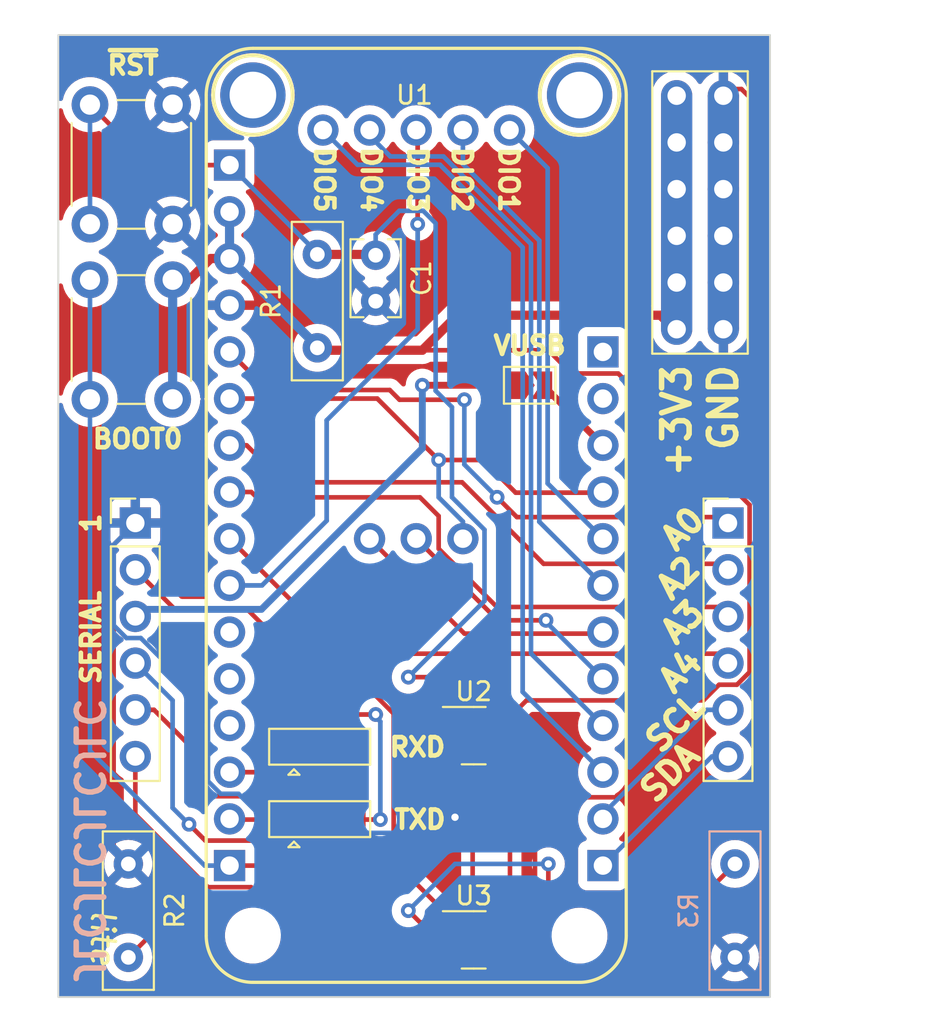
<source format=kicad_pcb>
(kicad_pcb (version 20221018) (generator pcbnew)
  (layers (0 "F.Cu" signal) (31 "B.Cu" signal) (34 "B.Paste" user) (35 "F.Paste" user) (36 "B.SilkS" user "B.Silkscreen") (37 "F.SilkS" user "F.Silkscreen") (38 "B.Mask" user) (39 "F.Mask" user) (44 "Edge.Cuts" user))
  (net 0 "")
  (net 1 "GND")
  (net 2 "REMOTE_DFU")
  (net 3 "Net-(J1-Pin_3)")
  (net 4 "3V3")
  (net 5 "SCK")
  (net 6 "MOSI")
  (net 7 "MISO")
  (net 8 "REMOTE_RST")
  (net 10 "FEATHER_UART_TX")
  (net 11 "FEATHER_UART_RX")
  (net 12 "RFM_~{IRQ}")
  (net 13 "RFM_DIO3")
  (net 14 "RFM_DIO5")
  (net 15 "RFM_DIO4")
  (net 16 "RFM_~{CS}")
  (net 17 "RFM_~{RST}")
  (net 18 "RFM_DIO2")
  (net 19 "RFM_DIO1")
  (net 21 "FEATHER_BOOT0")
  (net 22 "/FT232_TXD")
  (net 23 "/FT232_RXD")
  (net 24 "FEATHER_~{RST}")
  (net 25 "VUSB")
  (net 26 "FEATHER_A0")
  (net 27 "FEATHER_A2")
  (net 28 "FEATHER_A3")
  (net 29 "FEATHER_A4")
  (net 30 "FEATHER_SDA")
  (net 31 "FEATHER_SCL")
  (footprint "Footprints:SolderJumper-3_P2.0mm_Open_TrianglePad1.0x1.5mm" (layer "F.Cu") (at 58.674 160.147)
    (fp_text reference "JP3" hide)
    (fp_text value "SolderJumper_3_Open")
    (fp_line (start -2.75 -1) (end 2.75 -1) (stroke (width 0.12)) (layer "F.SilkS"))
    (fp_line (start -2.75 0.95) (end -2.75 -1) (stroke (width 0.12)) (layer "F.SilkS"))
    (fp_line (start -1.7 1.5) (end -1.1 1.5) (stroke (width 0.12)) (layer "F.SilkS"))
    (fp_line (start -1.4 1.2) (end -1.7 1.5) (stroke (width 0.12)) (layer "F.SilkS"))
    (fp_line (start -1.1 1.5) (end -1.4 1.2) (stroke (width 0.12)) (layer "F.SilkS"))
    (fp_line (start 2.75 -1) (end 2.75 0.95) (stroke (width 0.12)) (layer "F.SilkS"))
    (fp_line (start 2.75 0.95) (end -2.75 0.95) (stroke (width 0.12)) (layer "F.SilkS"))
    (pad "1" smd custom (at -2 0) (size 0.3 0.3) (layers "F.Cu" "F.Mask") (net 10 "FEATHER_UART_TX") (options (clearance outline) (anchor rect)) (primitives (gr_poly (pts (xy 1 0) (xy 0.5 0.75) (xy -0.5 0.75) (xy -0.5 -0.75) (xy 0.5 -0.75)) (width 0) (fill yes))))
    (pad "2" smd custom (at 0 0) (size 0.3 0.3) (layers "F.Cu") (net 22 "/FT232_TXD") (options (clearance outline) (anchor rect)) (primitives (gr_poly (pts (xy 0.7 0) (xy 1.2 0.75) (xy -1.2 0.75) (xy -0.7 0) (xy -1.2 -0.75) (xy 1.2 -0.75)) (width 0) (fill yes))))
    (pad "3" smd custom (at 2 0 180) (size 0.3 0.3) (layers "F.Cu" "F.Mask") (net 11 "FEATHER_UART_RX") (options (clearance outline) (anchor rect)) (primitives (gr_poly (pts (xy 1 0) (xy 0.5 0.75) (xy -0.5 0.75) (xy -0.5 -0.75) (xy 0.5 -0.75)) (width 0) (fill yes))))
  )
  (footprint "Footprints:SW_PUSH_6mm_THT" (layer "F.Cu") (at 50.673 130.787 -90)
    (fp_text reference "SW2" hide)
    (fp_text value "SW_SPST")
    (fp_line (start -0.25 1.5) (end -0.25 3) (stroke (width 0.12)) (layer "F.SilkS"))
    (fp_line (start 1 5.5) (end 5.5 5.5) (stroke (width 0.12)) (layer "F.SilkS"))
    (fp_line (start 5.5 -1) (end 1 -1) (stroke (width 0.12)) (layer "F.SilkS"))
    (fp_line (start 6.75 3) (end 6.75 1.5) (stroke (width 0.12)) (layer "F.SilkS"))
    (pad "1" thru_hole circle (at 0 0) (size 2 2) (drill 1.1) (layers "*.Cu" "*.Mask") (net 4 "3V3"))
    (pad "1" thru_hole circle (at 6.5 0) (size 2 2) (drill 1.1) (layers "*.Cu" "*.Mask") (net 4 "3V3"))
    (pad "2" thru_hole circle (at 0 4.5) (size 2 2) (drill 1.1) (layers "*.Cu" "*.Mask") (net 21 "FEATHER_BOOT0"))
    (pad "2" thru_hole circle (at 6.5 4.5) (size 2 2) (drill 1.1) (layers "*.Cu" "*.Mask") (net 21 "FEATHER_BOOT0"))
  )
  (footprint "Footprints:SolderJumper-3_P2.0mm_Open_TrianglePad1.0x1.5mm" (layer "F.Cu") (at 58.674 156.21)
    (fp_text reference "JP2" hide)
    (fp_text value "SolderJumper_3_Open")
    (fp_line (start -2.75 -1) (end 2.75 -1) (stroke (width 0.12)) (layer "F.SilkS"))
    (fp_line (start -2.75 0.95) (end -2.75 -1) (stroke (width 0.12)) (layer "F.SilkS"))
    (fp_line (start -1.7 1.5) (end -1.1 1.5) (stroke (width 0.12)) (layer "F.SilkS"))
    (fp_line (start -1.4 1.2) (end -1.7 1.5) (stroke (width 0.12)) (layer "F.SilkS"))
    (fp_line (start -1.1 1.5) (end -1.4 1.2) (stroke (width 0.12)) (layer "F.SilkS"))
    (fp_line (start 2.75 -1) (end 2.75 0.95) (stroke (width 0.12)) (layer "F.SilkS"))
    (fp_line (start 2.75 0.95) (end -2.75 0.95) (stroke (width 0.12)) (layer "F.SilkS"))
    (pad "1" smd custom (at -2 0) (size 0.3 0.3) (layers "F.Cu" "F.Mask") (net 11 "FEATHER_UART_RX") (options (clearance outline) (anchor rect)) (primitives (gr_poly (pts (xy 1 0) (xy 0.5 0.75) (xy -0.5 0.75) (xy -0.5 -0.75) (xy 0.5 -0.75)) (width 0) (fill yes))))
    (pad "2" smd custom (at 0 0) (size 0.3 0.3) (layers "F.Cu") (net 23 "/FT232_RXD") (options (clearance outline) (anchor rect)) (primitives (gr_poly (pts (xy 0.7 0) (xy 1.2 0.75) (xy -1.2 0.75) (xy -0.7 0) (xy -1.2 -0.75) (xy 1.2 -0.75)) (width 0) (fill yes))))
    (pad "3" smd custom (at 2 0 180) (size 0.3 0.3) (layers "F.Cu" "F.Mask") (net 10 "FEATHER_UART_TX") (options (clearance outline) (anchor rect)) (primitives (gr_poly (pts (xy 1 0) (xy 0.5 0.75) (xy -0.5 0.75) (xy -0.5 -0.75) (xy 0.5 -0.75)) (width 0) (fill yes))))
  )
  (footprint "Footprints:SW_PUSH_6mm_THT" (layer "F.Cu") (at 50.673 121.262 -90)
    (fp_text reference "SW1" hide)
    (fp_text value "SW_SPST")
    (fp_line (start -0.25 1.5) (end -0.25 3) (stroke (width 0.12)) (layer "F.SilkS"))
    (fp_line (start 1 5.5) (end 5.5 5.5) (stroke (width 0.12)) (layer "F.SilkS"))
    (fp_line (start 5.5 -1) (end 1 -1) (stroke (width 0.12)) (layer "F.SilkS"))
    (fp_line (start 6.75 3) (end 6.75 1.5) (stroke (width 0.12)) (layer "F.SilkS"))
    (pad "1" thru_hole circle (at 0 0) (size 2 2) (drill 1.1) (layers "*.Cu" "*.Mask") (net 1 "GND"))
    (pad "1" thru_hole circle (at 6.5 0) (size 2 2) (drill 1.1) (layers "*.Cu" "*.Mask") (net 1 "GND"))
    (pad "2" thru_hole circle (at 0 4.5) (size 2 2) (drill 1.1) (layers "*.Cu" "*.Mask") (net 24 "FEATHER_~{RST}"))
    (pad "2" thru_hole circle (at 6.5 4.5) (size 2 2) (drill 1.1) (layers "*.Cu" "*.Mask") (net 24 "FEATHER_~{RST}"))
  )
  (footprint "Footprints:FOAM.lite" (layer "F.Cu") (at 47.879 167.767 -90)
    (fp_text reference "REF**" hide)
    (fp_text value "FOAM.lite")
    (fp_text user "lite" (at 0.48 1 -90 unlocked) (layer "F.SilkS") (effects (font (size 1.27 1.27) (thickness 0.1778) italic) (justify right)))
  )
  (footprint "Footprints:SOT-23" (layer "F.Cu") (at 67.056 166.69004)
    (fp_text reference "U3" (at 0 -2.4) (layer "F.SilkS"))
    (fp_text value "NUD3112LT1")
    (fp_line (start 0 -1.56) (end -1.675 -1.56) (stroke (width 0.12)) (layer "F.SilkS"))
    (fp_line (start 0 -1.56) (end 0.65 -1.56) (stroke (width 0.12)) (layer "F.SilkS"))
    (fp_line (start 0 1.56) (end -0.65 1.56) (stroke (width 0.12)) (layer "F.SilkS"))
    (fp_line (start 0 1.56) (end 0.65 1.56) (stroke (width 0.12)) (layer "F.SilkS"))
    (pad "1" smd roundrect (at -0.9375 -0.95) (size 1.475 0.6) (layers "F.Cu" "F.Paste" "F.Mask") (net 2 "REMOTE_DFU"))
    (pad "2" smd roundrect (at -0.9375 0.95) (size 1.475 0.6) (layers "F.Cu" "F.Paste" "F.Mask") (net 21 "FEATHER_BOOT0"))
    (pad "3" smd roundrect (at 0.9375 0) (size 1.475 0.6) (layers "F.Cu" "F.Paste" "F.Mask") (net 4 "3V3"))
  )
  (footprint "Footprints:C_Rect_L4.0mm_W2.5mm_P2.50mm" (layer "F.Cu") (at 61.722 129.453 -90)
    (fp_text reference "C1" (at 1.25 -2.5 90) (layer "F.SilkS"))
    (fp_text value "0.1uF")
    (fp_line (start -0.87 -1.37) (end -0.87 -0.665) (stroke (width 0.12)) (layer "F.SilkS"))
    (fp_line (start -0.87 -1.37) (end 3.37 -1.37) (stroke (width 0.12)) (layer "F.SilkS"))
    (fp_line (start -0.87 0.665) (end -0.87 1.37) (stroke (width 0.12)) (layer "F.SilkS"))
    (fp_line (start -0.87 1.37) (end 3.37 1.37) (stroke (width 0.12)) (layer "F.SilkS"))
    (fp_line (start 3.37 -1.37) (end 3.37 -0.665) (stroke (width 0.12)) (layer "F.SilkS"))
    (fp_line (start 3.37 0.665) (end 3.37 1.37) (stroke (width 0.12)) (layer "F.SilkS"))
    (pad "1" thru_hole circle (at 0 0 270) (size 1.6 1.6) (drill 0.8) (layers "*.Cu" "*.Mask") (net 24 "FEATHER_~{RST}"))
    (pad "2" thru_hole circle (at 2.5 0 270) (size 1.6 1.6) (drill 0.8) (layers "*.Cu" "*.Mask") (net 1 "GND"))
  )
  (footprint "Footprints:Radio_FeatherWing_16x12+5+3" (layer "F.Cu") (at 63.93 143.6)
    (fp_text reference "U1" (at -0.1 -22.86 unlocked) (layer "F.SilkS"))
    (fp_text value "LoRa Radio FeatherWing")
    (fp_line (start -11.43 -22.86) (end -11.43 22.86) (stroke (width 0.1778)) (layer "F.SilkS"))
    (fp_line (start -8.89 -25.4) (end 8.89 -25.4) (stroke (width 0.1778)) (layer "F.SilkS"))
    (fp_line (start 8.89 25.4) (end -8.89 25.4) (stroke (width 0.1778)) (layer "F.SilkS"))
    (fp_line (start 11.43 -22.86) (end 11.43 22.86) (stroke (width 0.1778)) (layer "F.SilkS"))
    (fp_arc (start -11.43 -22.86) (mid -10.686051 -24.656051) (end -8.89 -25.4) (stroke (width 0.1778)) (layer "F.SilkS"))
    (fp_arc (start -8.89 25.4) (mid -10.686051 24.656051) (end -11.43 22.86) (stroke (width 0.1778)) (layer "F.SilkS"))
    (fp_arc (start 8.89 -25.4) (mid 10.686051 -24.656051) (end 11.43 -22.86) (stroke (width 0.1778)) (layer "F.SilkS"))
    (fp_arc (start 11.43 22.86) (mid 10.686051 24.656051) (end 8.89 25.4) (stroke (width 0.1778)) (layer "F.SilkS"))
    (fp_circle (center -8.89 -22.86) (end -6.731 -22.86) (stroke (width 0.2032)) (fill none) (layer "F.SilkS"))
    (fp_circle (center 8.89 -22.86) (end 11.049 -22.86) (stroke (width 0.2032)) (fill none) (layer "F.SilkS"))
    (pad "" thru_hole circle (at -8.89 -22.86) (size 3.556 3.556) (drill 2.54) (layers "*.Cu" "*.Mask"))
    (pad "" np_thru_hole circle (at -8.89 22.86) (size 2.54 2.54) (drill 2.54) (layers "F&B.Cu" "*.Mask"))
    (pad "" thru_hole circle (at 8.89 -22.86) (size 3.556 3.556) (drill 2.54) (layers "*.Cu" "*.Mask"))
    (pad "" np_thru_hole circle (at 8.89 22.86) (size 2.54 2.54) (drill 2.54) (layers "F&B.Cu" "*.Mask"))
    (pad "1" thru_hole rect (at -10.16 -19.05) (size 1.7 1.7) (drill 1) (layers "*.Cu" "*.Mask") (net 24 "FEATHER_~{RST}"))
    (pad "2" thru_hole oval (at -10.16 -16.51) (size 1.7 1.7) (drill 1) (layers "*.Cu" "*.Mask") (net 4 "3V3"))
    (pad "3" thru_hole oval (at -10.16 -13.97) (size 1.7 1.7) (drill 1) (layers "*.Cu" "*.Mask") (net 4 "3V3"))
    (pad "4" thru_hole oval (at -10.16 -11.43) (size 1.7 1.7) (drill 1) (layers "*.Cu" "*.Mask") (net 1 "GND"))
    (pad "5" thru_hole oval (at -10.16 -8.89) (size 1.7 1.7) (drill 1) (layers "*.Cu" "*.Mask") (net 26 "FEATHER_A0"))
    (pad "6" thru_hole oval (at -10.16 -6.35) (size 1.7 1.7) (drill 1) (layers "*.Cu" "*.Mask") (net 12 "RFM_~{IRQ}"))
    (pad "7" thru_hole oval (at -10.16 -3.81) (size 1.7 1.7) (drill 1) (layers "*.Cu" "*.Mask") (net 27 "FEATHER_A2"))
    (pad "8" thru_hole oval (at -10.16 -1.27) (size 1.7 1.7) (drill 1) (layers "*.Cu" "*.Mask") (net 28 "FEATHER_A3"))
    (pad "9" thru_hole oval (at -10.16 1.27) (size 1.7 1.7) (drill 1) (layers "*.Cu" "*.Mask") (net 29 "FEATHER_A4"))
    (pad "10" thru_hole oval (at -10.16 3.81) (size 1.7 1.7) (drill 1) (layers "*.Cu" "*.Mask") (net 13 "RFM_DIO3"))
    (pad "11" thru_hole oval (at -10.16 6.35) (size 1.7 1.7) (drill 1) (layers "*.Cu" "*.Mask") (net 5 "SCK"))
    (pad "12" thru_hole oval (at -10.16 8.89) (size 1.7 1.7) (drill 1) (layers "*.Cu" "*.Mask") (net 6 "MOSI"))
    (pad "13" thru_hole oval (at -10.16 11.43) (size 1.7 1.7) (drill 1) (layers "*.Cu" "*.Mask") (net 7 "MISO"))
    (pad "14" thru_hole oval (at -10.16 13.97) (size 1.7 1.7) (drill 1) (layers "*.Cu" "*.Mask") (net 11 "FEATHER_UART_RX"))
    (pad "15" thru_hole oval (at -10.16 16.51) (size 1.7 1.7) (drill 1) (layers "*.Cu" "*.Mask") (net 10 "FEATHER_UART_TX"))
    (pad "16" thru_hole rect (at -10.16 19.05) (size 1.7 1.7) (drill 1) (layers "*.Cu" "*.Mask") (net 21 "FEATHER_BOOT0"))
    (pad "17" thru_hole rect (at 10.16 19.05) (size 1.7 1.7) (drill 1) (layers "*.Cu" "*.Mask") (net 30 "FEATHER_SDA"))
    (pad "18" thru_hole oval (at 10.16 16.51) (size 1.7 1.7) (drill 1) (layers "*.Cu" "*.Mask") (net 31 "FEATHER_SCL"))
    (pad "19" thru_hole oval (at 10.16 13.97) (size 1.7 1.7) (drill 1) (layers "*.Cu" "*.Mask") (net 14 "RFM_DIO5"))
    (pad "20" thru_hole oval (at 10.16 11.43) (size 1.7 1.7) (drill 1) (layers "*.Cu" "*.Mask") (net 15 "RFM_DIO4"))
    (pad "21" thru_hole oval (at 10.16 8.89) (size 1.7 1.7) (drill 1) (layers "*.Cu" "*.Mask") (net 16 "RFM_~{CS}"))
    (pad "22" thru_hole oval (at 10.16 6.35) (size 1.7 1.7) (drill 1) (layers "*.Cu" "*.Mask") (net 17 "RFM_~{RST}"))
    (pad "23" thru_hole oval (at 10.16 3.81) (size 1.7 1.7) (drill 1) (layers "*.Cu" "*.Mask") (net 18 "RFM_DIO2"))
    (pad "24" thru_hole oval (at 10.16 1.27) (size 1.7 1.7) (drill 1) (layers "*.Cu" "*.Mask") (net 19 "RFM_DIO1"))
    (pad "25" thru_hole oval (at 10.16 -1.27) (size 1.7 1.7) (drill 1) (layers "*.Cu" "*.Mask") (net 12 "RFM_~{IRQ}"))
    (pad "26" thru_hole oval (at 10.16 -3.81) (size 1.7 1.7) (drill 1) (layers "*.Cu" "*.Mask") (net 25 "VUSB"))
    (pad "27" thru_hole oval (at 10.16 -6.35) (size 1.7 1.7) (drill 1) (layers "*.Cu" "*.Mask"))
    (pad "28" thru_hole rect (at 10.16 -8.89) (size 1.7 1.7) (drill 1) (layers "*.Cu" "*.Mask"))
    (pad "29" thru_hole oval (at 5.08 -20.955 270) (size 1.7 1.7) (drill 1) (layers "*.Cu" "*.Mask") (net 19 "RFM_DIO1"))
    (pad "30" thru_hole oval (at 2.54 -20.955 270) (size 1.7 1.7) (drill 1) (layers "*.Cu" "*.Mask") (net 18 "RFM_DIO2"))
    (pad "31" thru_hole oval (at 0 -20.955 270) (size 1.7 1.7) (drill 1) (layers "*.Cu" "*.Mask") (net 13 "RFM_DIO3"))
    (pad "32" thru_hole oval (at -2.54 -20.955 270) (size 1.7 1.7) (drill 1) (layers "*.Cu" "*.Mask") (net 15 "RFM_DIO4"))
    (pad "33" thru_hole oval (at -5.08 -20.955 270) (size 1.7 1.7) (drill 1) (layers "*.Cu" "*.Mask") (net 14 "RFM_DIO5"))
    (pad "34" thru_hole circle (at 2.54 1.27) (size 1.7 1.7) (drill 1) (layers "*.Cu" "*.Mask") (net 12 "RFM_~{IRQ}"))
    (pad "35" thru_hole circle (at 0 1.27) (size 1.7 1.7) (drill 1) (layers "*.Cu" "*.Mask") (net 16 "RFM_~{CS}"))
    (pad "36" thru_hole circle (at -2.54 1.27) (size 1.7 1.7) (drill 1) (layers "*.Cu" "*.Mask") (net 17 "RFM_~{RST}"))
  )
  (footprint "Footprints:PinHeader_1x06_P2.54mm_Vertical" (layer "F.Cu") (at 80.899 144.018)
    (fp_text reference "J2" hide)
    (fp_text value "Conn_01x06")
    (fp_line (start -1.33 -1.33) (end 0 -1.33) (stroke (width 0.12)) (layer "F.SilkS"))
    (fp_line (start -1.33 0) (end -1.33 -1.33) (stroke (width 0.12)) (layer "F.SilkS"))
    (fp_line (start -1.33 1.27) (end -1.33 14.03) (stroke (width 0.12)) (layer "F.SilkS"))
    (fp_line (start -1.33 1.27) (end 1.33 1.27) (stroke (width 0.12)) (layer "F.SilkS"))
    (fp_line (start -1.33 14.03) (end 1.33 14.03) (stroke (width 0.12)) (layer "F.SilkS"))
    (fp_line (start 1.33 1.27) (end 1.33 14.03) (stroke (width 0.12)) (layer "F.SilkS"))
    (pad "1" thru_hole rect (at 0 0) (size 1.7 1.7) (drill 1) (layers "*.Cu" "*.Mask") (net 26 "FEATHER_A0"))
    (pad "2" thru_hole oval (at 0 2.54) (size 1.7 1.7) (drill 1) (layers "*.Cu" "*.Mask") (net 27 "FEATHER_A2"))
    (pad "3" thru_hole oval (at 0 5.08) (size 1.7 1.7) (drill 1) (layers "*.Cu" "*.Mask") (net 28 "FEATHER_A3"))
    (pad "4" thru_hole oval (at 0 7.62) (size 1.7 1.7) (drill 1) (layers "*.Cu" "*.Mask") (net 29 "FEATHER_A4"))
    (pad "5" thru_hole oval (at 0 10.16) (size 1.7 1.7) (drill 1) (layers "*.Cu" "*.Mask") (net 31 "FEATHER_SCL"))
    (pad "6" thru_hole oval (at 0 12.7) (size 1.7 1.7) (drill 1) (layers "*.Cu" "*.Mask") (net 30 "FEATHER_SDA"))
  )
  (footprint "Footprints:SOT-23" (layer "F.Cu") (at 67.056 155.58244)
    (fp_text reference "U2" (at 0 -2.4) (layer "F.SilkS"))
    (fp_text value "NUD3112LT1")
    (fp_line (start 0 -1.56) (end -1.675 -1.56) (stroke (width 0.12)) (layer "F.SilkS"))
    (fp_line (start 0 -1.56) (end 0.65 -1.56) (stroke (width 0.12)) (layer "F.SilkS"))
    (fp_line (start 0 1.56) (end -0.65 1.56) (stroke (width 0.12)) (layer "F.SilkS"))
    (fp_line (start 0 1.56) (end 0.65 1.56) (stroke (width 0.12)) (layer "F.SilkS"))
    (pad "1" smd roundrect (at -0.9375 -0.95) (size 1.475 0.6) (layers "F.Cu" "F.Paste" "F.Mask") (net 8 "REMOTE_RST"))
    (pad "2" smd roundrect (at -0.9375 0.95) (size 1.475 0.6) (layers "F.Cu" "F.Paste" "F.Mask") (net 1 "GND"))
    (pad "3" smd roundrect (at 0.9375 0) (size 1.475 0.6) (layers "F.Cu" "F.Paste" "F.Mask") (net 24 "FEATHER_~{RST}"))
  )
  (footprint "Footprints:PinHeader_1x06_P2.54mm_Vertical" (layer "F.Cu") (at 48.641 144.018)
    (fp_text reference "J1" hide)
    (fp_text value "Conn_01x06")
    (fp_line (start -1.33 -1.33) (end 0 -1.33) (stroke (width 0.12)) (layer "F.SilkS"))
    (fp_line (start -1.33 0) (end -1.33 -1.33) (stroke (width 0.12)) (layer "F.SilkS"))
    (fp_line (start -1.33 1.27) (end -1.33 14.03) (stroke (width 0.12)) (layer "F.SilkS"))
    (fp_line (start -1.33 1.27) (end 1.33 1.27) (stroke (width 0.12)) (layer "F.SilkS"))
    (fp_line (start -1.33 14.03) (end 1.33 14.03) (stroke (width 0.12)) (layer "F.SilkS"))
    (fp_line (start 1.33 1.27) (end 1.33 14.03) (stroke (width 0.12)) (layer "F.SilkS"))
    (pad "1" thru_hole rect (at 0 0) (size 1.7 1.7) (drill 1) (layers "*.Cu" "*.Mask") (net 1 "GND"))
    (pad "2" thru_hole oval (at 0 2.54) (size 1.7 1.7) (drill 1) (layers "*.Cu" "*.Mask") (net 2 "REMOTE_DFU"))
    (pad "3" thru_hole oval (at 0 5.08) (size 1.7 1.7) (drill 1) (layers "*.Cu" "*.Mask") (net 3 "Net-(J1-Pin_3)"))
    (pad "4" thru_hole oval (at 0 7.62) (size 1.7 1.7) (drill 1) (layers "*.Cu" "*.Mask") (net 22 "/FT232_TXD"))
    (pad "5" thru_hole oval (at 0 10.16) (size 1.7 1.7) (drill 1) (layers "*.Cu" "*.Mask") (net 23 "/FT232_RXD"))
    (pad "6" thru_hole oval (at 0 12.7) (size 1.7 1.7) (drill 1) (layers "*.Cu" "*.Mask") (net 8 "REMOTE_RST"))
  )
  (footprint "Footprints:R_Box_L8.4mm_W2.5mm_P5.08mm" (layer "F.Cu") (at 58.547 134.488 90)
    (fp_text reference "R1" (at 2.54 -2.52 90) (layer "F.SilkS"))
    (fp_text value "10k")
    (fp_line (start -1.77 -1.39) (end -1.77 1.39) (stroke (width 0.12)) (layer "F.SilkS"))
    (fp_line (start -1.77 -1.39) (end 6.85 -1.39) (stroke (width 0.12)) (layer "F.SilkS"))
    (fp_line (start -1.77 1.39) (end 6.85 1.39) (stroke (width 0.12)) (layer "F.SilkS"))
    (fp_line (start 6.85 -1.39) (end 6.85 1.39) (stroke (width 0.12)) (layer "F.SilkS"))
    (pad "1" thru_hole circle (at 0 0 90) (size 1.6 1.6) (drill 0.8) (layers "*.Cu" "*.Mask") (net 4 "3V3"))
    (pad "2" thru_hole circle (at 5.08 0 90) (size 1.6 1.6) (drill 0.8) (layers "*.Cu" "*.Mask") (net 24 "FEATHER_~{RST}"))
  )
  (footprint "Footprints:PinSocket_2x06_P2.54mm_Vertical_No_Index" (layer "F.Cu") (at 78.105 133.477 180)
    (fp_text reference "J3" hide)
    (fp_text value "Conn_02x06_Odd_Even")
    (fp_rect (start -3.39 0.04) (end -1.69 12.74) (fill solid) (layer "F.Cu"))
    (fp_rect (start -0.85 0) (end 0.85 12.7) (fill solid) (layer "F.Cu"))
    (fp_rect (start -3.39 0) (end -1.69 12.7) (fill solid) (layer "B.Cu"))
    (fp_rect (start -0.85 0) (end 0.85 12.7) (fill solid) (layer "B.Cu"))
    (fp_line (start -3.87 -1.33) (end -3.87 14.03) (stroke (width 0.12)) (layer "F.SilkS"))
    (fp_line (start -3.87 -1.33) (end -1.27 -1.33) (stroke (width 0.12)) (layer "F.SilkS"))
    (fp_line (start -3.87 14.03) (end 1.33 14.03) (stroke (width 0.12)) (layer "F.SilkS"))
    (fp_line (start -1.27 -1.33) (end 1.33 -1.33) (stroke (width 0.12)) (layer "F.SilkS"))
    (fp_line (start 1.33 -1.33) (end 1.33 1.27) (stroke (width 0.12)) (layer "F.SilkS"))
    (fp_line (start 1.33 1.27) (end 1.33 14.03) (stroke (width 0.12)) (layer "F.SilkS"))
    (pad "1" thru_hole circle (at 0 0 180) (size 1.7 1.7) (drill 1) (layers "*.Cu" "*.Mask") (net 4 "3V3"))
    (pad "2" thru_hole oval (at -2.54 0 180) (size 1.7 1.7) (drill 1) (layers "*.Cu" "*.Mask") (net 1 "GND"))
    (pad "3" thru_hole oval (at 0 2.54 180) (size 1.7 1.7) (drill 1) (layers "*.Cu" "*.Mask") (net 4 "3V3"))
    (pad "4" thru_hole oval (at -2.54 2.54 180) (size 1.7 1.7) (drill 1) (layers "*.Cu" "*.Mask") (net 1 "GND"))
    (pad "5" thru_hole oval (at 0 5.08 180) (size 1.7 1.7) (drill 1) (layers "*.Cu" "*.Mask") (net 4 "3V3"))
    (pad "6" thru_hole oval (at -2.54 5.08 180) (size 1.7 1.7) (drill 1) (layers "*.Cu" "*.Mask") (net 1 "GND"))
    (pad "7" thru_hole oval (at 0 7.62 180) (size 1.7 1.7) (drill 1) (layers "*.Cu" "*.Mask") (net 4 "3V3"))
    (pad "8" thru_hole oval (at -2.54 7.62 180) (size 1.7 1.7) (drill 1) (layers "*.Cu" "*.Mask") (net 1 "GND"))
    (pad "9" thru_hole oval (at 0 10.16 180) (size 1.7 1.7) (drill 1) (layers "*.Cu" "*.Mask") (net 4 "3V3"))
    (pad "10" thru_hole oval (at -2.54 10.16 180) (size 1.7 1.7) (drill 1) (layers "*.Cu" "*.Mask") (net 1 "GND"))
    (pad "11" thru_hole oval (at 0 12.7 180) (size 1.7 1.7) (drill 1) (layers "*.Cu" "*.Mask") (net 4 "3V3"))
    (pad "12" thru_hole oval (at -2.54 12.7 180) (size 1.7 1.7) (drill 1) (layers "*.Cu" "*.Mask") (net 1 "GND"))
  )
  (footprint "Footprints:SolderJumper-2_P1.3mm_Open_TrianglePad1.0x1.5mm" (layer "F.Cu") (at 70.104 136.525)
    (fp_text reference "JP1" hide)
    (fp_text value "SolderJumper_2_Open")
    (fp_line (start -1.4 -1) (end 1.4 -1) (stroke (width 0.12)) (layer "F.SilkS"))
    (fp_line (start -1.4 1) (end -1.4 -1) (stroke (width 0.12)) (layer "F.SilkS"))
    (fp_line (start 1.4 -1) (end 1.4 1) (stroke (width 0.12)) (layer "F.SilkS"))
    (fp_line (start 1.4 1) (end -1.4 1) (stroke (width 0.12)) (layer "F.SilkS"))
    (pad "1" smd custom (at -0.725 0) (size 0.3 0.3) (layers "F.Cu" "F.Mask") (net 3 "Net-(J1-Pin_3)") (options (clearance outline) (anchor rect)) (primitives (gr_poly (pts (xy 1 0) (xy 0.5 0.75) (xy -0.5 0.75) (xy -0.5 -0.75) (xy 0.5 -0.75)) (width 0) (fill yes))))
    (pad "2" smd custom (at 0.725 0) (size 0.3 0.3) (layers "F.Cu" "F.Mask") (net 25 "VUSB") (options (clearance outline) (anchor rect)) (primitives (gr_poly (pts (xy 0.5 0.75) (xy -0.65 0.75) (xy -0.15 0) (xy -0.65 -0.75) (xy 0.5 -0.75)) (width 0) (fill yes))))
  )
  (footprint "Footprints:R_Box_L8.4mm_W2.5mm_P5.08mm" (layer "F.Cu") (at 48.26 162.56 -90)
    (fp_text reference "R2" (at 2.54 -2.52 90) (layer "F.SilkS"))
    (fp_text value "10k")
    (fp_line (start -1.77 -1.39) (end -1.77 1.39) (stroke (width 0.12)) (layer "F.SilkS"))
    (fp_line (start -1.77 -1.39) (end 6.85 -1.39) (stroke (width 0.12)) (layer "F.SilkS"))
    (fp_line (start -1.77 1.39) (end 6.85 1.39) (stroke (width 0.12)) (layer "F.SilkS"))
    (fp_line (start 6.85 -1.39) (end 6.85 1.39) (stroke (width 0.12)) (layer "F.SilkS"))
    (pad "1" thru_hole circle (at 0 0 270) (size 1.6 1.6) (drill 0.8) (layers "*.Cu" "*.Mask") (net 1 "GND"))
    (pad "2" thru_hole circle (at 5.08 0 270) (size 1.6 1.6) (drill 0.8) (layers "*.Cu" "*.Mask") (net 8 "REMOTE_RST"))
  )
  (footprint "Footprints:R_Box_L8.4mm_W2.5mm_P5.08mm" (layer "B.Cu") (at 81.28 162.56 -90)
    (fp_text reference "R3" (at 2.54 2.52 90) (layer "B.SilkS") (effects (justify mirror)))
    (fp_text value "10k")
    (fp_line (start -1.77 -1.39) (end 6.85 -1.39) (stroke (width 0.12)) (layer "B.SilkS"))
    (fp_line (start -1.77 1.39) (end -1.77 -1.39) (stroke (width 0.12)) (layer "B.SilkS"))
    (fp_line (start -1.77 1.39) (end 6.85 1.39) (stroke (width 0.12)) (layer "B.SilkS"))
    (fp_line (start 6.85 1.39) (end 6.85 -1.39) (stroke (width 0.12)) (layer "B.SilkS"))
    (pad "1" thru_hole circle (at 0 0 270) (size 1.6 1.6) (drill 0.8) (layers "*.Cu" "*.Mask") (net 2 "REMOTE_DFU"))
    (pad "2" thru_hole circle (at 5.08 0 270) (size 1.6 1.6) (drill 0.8) (layers "*.Cu" "*.Mask") (net 1 "GND"))
  )
  (gr_rect (start 44.45 117.475) (end 83.185 169.799) (stroke (width 0.1)) (fill none) (layer "Edge.Cuts"))
  (gr_text "JLCJLCJLCJLC" (at 46.101 161.29 270) (layer "B.SilkS") (effects (font (size 1.5 1.5) (thickness 0.3)) (justify mirror)))
  (gr_text "~{RST}" (at 48.514 119.126) (layer "F.SilkS") (effects (font (size 1 1) (thickness 0.25))))
  (gr_text "DIO5" (at 58.928 123.444 270) (layer "F.SilkS") (effects (font (size 1 1) (thickness 0.25)) (justify left)))
  (gr_text "TXD" (at 62.611 160.147) (layer "F.SilkS") (effects (font (size 1 1) (thickness 0.25)) (justify left)))
  (gr_text "DIO3" (at 64.008 123.444 270) (layer "F.SilkS") (effects (font (size 1 1) (thickness 0.25)) (justify left)))
  (gr_text "A0" (at 79.375 143.383 45) (layer "F.SilkS") (effects (font (size 1.25 1.25) (thickness 0.3)) (justify right)))
  (gr_text "1" (at 46.228 144.018 90) (layer "F.SilkS") (effects (font (size 1 1) (thickness 0.25))))
  (gr_text "VUSB" (at 70.104 134.366) (layer "F.SilkS") (effects (font (size 1 1) (thickness 0.25))))
  (gr_text "SCL" (at 79.375 153.543 45) (layer "F.SilkS") (effects (font (size 1.25 1.25) (thickness 0.3)) (justify right)))
  (gr_text "SERIAL" (at 46.228 150.241 90) (layer "F.SilkS") (effects (font (size 1 1) (thickness 0.25))))
  (gr_text "RXD" (at 62.357 156.21) (layer "F.SilkS") (effects (font (size 1 1) (thickness 0.25)) (justify left)))
  (gr_text "BOOT0" (at 48.768 139.446) (layer "F.SilkS") (effects (font (size 1 1) (thickness 0.25))))
  (gr_text "SDA" (at 79.121 156.21 45) (layer "F.SilkS") (effects (font (size 1.25 1.25) (thickness 0.3)) (justify right)))
  (gr_text "A4" (at 79.248 151.13 45) (layer "F.SilkS") (effects (font (size 1.25 1.25) (thickness 0.3)) (justify right)))
  (gr_text "DIO4" (at 61.468 123.444 270) (layer "F.SilkS") (effects (font (size 1 1) (thickness 0.25)) (justify left)))
  (gr_text "DIO1" (at 68.961 123.444 270) (layer "F.SilkS") (effects (font (size 1 1) (thickness 0.25)) (justify left)))
  (gr_text "GND" (at 80.645 135.255 90) (layer "F.SilkS") (effects (font (size 1.5 1.5) (thickness 0.3)) (justify right)))
  (gr_text "A3" (at 79.375 148.463 45) (layer "F.SilkS") (effects (font (size 1.25 1.25) (thickness 0.3)) (justify right)))
  (gr_text "A2" (at 79.121 146.05 45) (layer "F.SilkS") (effects (font (size 1.25 1.25) (thickness 0.3)) (justify right)))
  (gr_text "DIO2" (at 66.421 123.444 270) (layer "F.SilkS") (effects (font (size 1 1) (thickness 0.25)) (justify left)))
  (gr_text "+3V3" (at 78.105 135.255 90) (layer "F.SilkS") (effects (font (size 1.5 1.5) (thickness 0.3)) (justify right)))
  (segment (start 71.952223 168.555) (end 70.395 166.997777) (width 0.25) (layer "F.Cu") (net 1))
  (segment (start 70.395 160.745) (end 72.205 158.935) (width 0.25) (layer "F.Cu") (net 1))
  (segment (start 70.395 166.997777) (end 70.395 160.745) (width 0.25) (layer "F.Cu") (net 1))
  (segment (start 72.205 158.935) (end 82.735 158.935) (width 0.25) (layer "F.Cu") (net 1))
  (segment (start 48.26 162.56) (end 47.460001 161.760001) (width 0.25) (layer "F.Cu") (net 1))
  (segment (start 47.460001 145.198999) (end 48.641 144.018) (width 0.25) (layer "F.Cu") (net 1))
  (segment (start 81.28 167.64) (end 80.365 168.555) (width 0.25) (layer "F.Cu") (net 1))
  (segment (start 82.735 121.51738) (end 81.62962 120.412) (width 0.25) (layer "F.Cu") (net 1))
  (segment (start 80.365 168.555) (end 71.952223 168.555) (width 0.25) (layer "F.Cu") (net 1))
  (segment (start 66.04 156.5324) (end 66.04 160.02) (width 0.25) (layer "F.Cu") (net 1))
  (segment (start 81.62962 120.412) (end 80.645 120.412) (width 0.25) (layer "F.Cu") (net 1))
  (segment (start 47.460001 161.760001) (end 47.460001 145.198999) (width 0.25) (layer "F.Cu") (net 1))
  (segment (start 82.735 158.935) (end 82.735 121.51738) (width 0.25) (layer "F.Cu") (net 1))
  (via (at 66.04 160.02) (size 0.8) (drill 0.4) (layers "F.Cu" "B.Cu") (net 1))
  (segment (start 54.256701 158.745) (end 53.283299 158.745) (width 0.25) (layer "B.Cu") (net 1))
  (segment (start 48.154299 150.273) (end 47.466 149.584701) (width 0.25) (layer "B.Cu") (net 1))
  (segment (start 47.466 145.193) (end 48.641 144.018) (width 0.25) (layer "B.Cu") (net 1))
  (segment (start 53.283299 158.745) (end 52.595 158.056701) (width 0.25) (layer "B.Cu") (net 1))
  (segment (start 47.466 149.584701) (end 47.466 145.193) (width 0.25) (layer "B.Cu") (net 1))
  (segment (start 52.595 158.056701) (end 52.595 153.930299) (width 0.25) (layer "B.Cu") (net 1))
  (segment (start 48.937701 150.273) (end 48.154299 150.273) (width 0.25) (layer "B.Cu") (net 1))
  (segment (start 52.595 153.930299) (end 48.937701 150.273) (width 0.25) (layer "B.Cu") (net 1))
  (segment (start 66.04 160.02) (end 65.188 160.872) (width 0.25) (layer "B.Cu") (net 1))
  (segment (start 56.383701 160.872) (end 54.256701 158.745) (width 0.25) (layer "B.Cu") (net 1))
  (segment (start 65.188 160.872) (end 56.383701 160.872) (width 0.25) (layer "B.Cu") (net 1))
  (segment (start 71.12 167.086381) (end 71.12 162.56) (width 0.25) (layer "F.Cu") (net 2))
  (segment (start 64.14008 165.74008) (end 66.04 165.74008) (width 0.25) (layer "F.Cu") (net 2))
  (segment (start 50.858 148.775) (end 48.641 146.558) (width 0.25) (layer "F.Cu") (net 2))
  (segment (start 57.594511 151.574511) (end 54.795 148.775) (width 0.25) (layer "F.Cu") (net 2))
  (segment (start 62.701 162.40108) (end 62.701 154.385695) (width 0.25) (layer "F.Cu") (net 2))
  (segment (start 75.735 168.105) (end 72.138619 168.105) (width 0.25) (layer "F.Cu") (net 2))
  (segment (start 63.5 165.1) (end 64.14008 165.74008) (width 0.25) (layer "F.Cu") (net 2))
  (segment (start 54.795 148.775) (end 50.858 148.775) (width 0.25) (layer "F.Cu") (net 2))
  (segment (start 66.04 165.74008) (end 62.701 162.40108) (width 0.25) (layer "F.Cu") (net 2))
  (segment (start 62.701 154.385695) (end 59.889816 151.574511) (width 0.25) (layer "F.Cu") (net 2))
  (segment (start 72.138619 168.105) (end 71.12 167.086381) (width 0.25) (layer "F.Cu") (net 2))
  (segment (start 81.28 162.56) (end 75.735 168.105) (width 0.25) (layer "F.Cu") (net 2))
  (segment (start 59.889816 151.574511) (end 57.594511 151.574511) (width 0.25) (layer "F.Cu") (net 2))
  (via (at 71.12 162.56) (size 0.8) (drill 0.4) (layers "F.Cu" "B.Cu") (net 2))
  (via (at 63.5 165.1) (size 0.8) (drill 0.4) (layers "F.Cu" "B.Cu") (net 2))
  (segment (start 66.04 162.56) (end 63.5 165.1) (width 0.25) (layer "B.Cu") (net 2))
  (segment (start 71.12 162.56) (end 66.04 162.56) (width 0.25) (layer "B.Cu") (net 2))
  (segment (start 69.379 136.525) (end 64.262 136.525) (width 0.375) (layer "F.Cu") (net 3))
  (via (at 64.262 136.525) (size 0.8) (drill 0.4) (layers "F.Cu" "B.Cu") (net 3))
  (segment (start 64.262 139.954) (end 64.262 136.525) (width 0.375) (layer "B.Cu") (net 3))
  (segment (start 55.503011 148.712989) (end 64.262 139.954) (width 0.375) (layer "B.Cu") (net 3))
  (segment (start 49.026011 148.712989) (end 55.503011 148.712989) (width 0.375) (layer "B.Cu") (net 3))
  (segment (start 79.560299 153.665) (end 80.412299 152.813) (width 0.25) (layer "F.Cu") (net 4))
  (segment (start 69.032 154.566511) (end 69.933511 153.665) (width 0.25) (layer "F.Cu") (net 4))
  (segment (start 69.933511 153.665) (end 79.560299 153.665) (width 0.25) (layer "F.Cu") (net 4))
  (segment (start 80.412299 152.813) (end 81.385701 152.813) (width 0.25) (layer "F.Cu") (net 4))
  (segment (start 51.585 130.787) (end 52.742 129.63) (width 0.5) (layer "F.Cu") (net 4))
  (segment (start 50.673 130.787) (end 51.585 130.787) (width 0.5) (layer "F.Cu") (net 4))
  (segment (start 52.742 129.63) (end 53.77 129.63) (width 0.5) (layer "F.Cu") (net 4))
  (segment (start 82.074 143.034) (end 74.925 135.885) (width 0.25) (layer "F.Cu") (net 4))
  (segment (start 74.925 135.885) (end 72.385 135.885) (width 0.25) (layer "F.Cu") (net 4))
  (segment (start 82.074 152.124701) (end 82.074 143.034) (width 0.25) (layer "F.Cu") (net 4))
  (segment (start 58.679 134.62) (end 64.262 134.62) (width 0.5) (layer "F.Cu") (net 4))
  (segment (start 77.226022 132.715) (end 78.046511 133.535489) (width 0.5) (layer "F.Cu") (net 4))
  (segment (start 66.167 132.715) (end 77.226022 132.715) (width 0.5) (layer "F.Cu") (net 4))
  (segment (start 64.262 134.62) (end 66.167 132.715) (width 0.5) (layer "F.Cu") (net 4))
  (segment (start 69.032 165.73004) (end 69.032 154.566511) (width 0.25) (layer "F.Cu") (net 4))
  (segment (start 72.385 135.885) (end 71.12 134.62) (width 0.25) (layer "F.Cu") (net 4))
  (segment (start 81.385701 152.813) (end 82.074 152.124701) (width 0.25) (layer "F.Cu") (net 4))
  (segment (start 68.072 166.69004) (end 69.032 165.73004) (width 0.25) (layer "F.Cu") (net 4))
  (segment (start 71.12 134.62) (end 63.5 134.62) (width 0.25) (layer "F.Cu") (net 4))
  (segment (start 78.105 130.937) (end 78.105 133.477) (width 0.5) (layer "B.Cu") (net 4))
  (segment (start 53.77 127.09) (end 53.77 129.63) (width 0.5) (layer "B.Cu") (net 4))
  (segment (start 58.547 134.407) (end 53.77 129.63) (width 0.5) (layer "B.Cu") (net 4))
  (segment (start 50.673 137.287) (end 50.673 130.787) (width 0.5) (layer "B.Cu") (net 4))
  (segment (start 66.04 154.63248) (end 67 155.59248) (width 0.25) (layer "F.Cu") (net 8))
  (segment (start 67 155.59248) (end 67 168.2444) (width 0.25) (layer "F.Cu") (net 8))
  (segment (start 54.945 163.825) (end 52.595 163.825) (width 0.25) (layer "F.Cu") (net 8))
  (segment (start 52.595 163.825) (end 48.641 159.871) (width 0.25) (layer "F.Cu") (net 8))
  (segment (start 52.075 163.825) (end 52.595 163.825) (width 0.25) (layer "F.Cu") (net 8))
  (segment (start 48.641 159.871) (end 48.641 156.718) (width 0.25) (layer "F.Cu") (net 8))
  (segment (start 67 168.2444) (end 59.3644 168.2444) (width 0.25) (layer "F.Cu") (net 8))
  (segment (start 59.3644 168.2444) (end 54.945 163.825) (width 0.25) (layer "F.Cu") (net 8))
  (segment (start 48.26 167.64) (end 52.075 163.825) (width 0.25) (layer "F.Cu") (net 8))
  (segment (start 58.86948 157.28452) (end 60.39348 157.28452) (width 0.25) (layer "F.Cu") (net 10))
  (segment (start 53.807 160.147) (end 56.674 160.147) (width 0.25) (layer "F.Cu") (net 10))
  (segment (start 60.674 157.004) (end 60.674 156.21) (width 0.25) (layer "F.Cu") (net 10))
  (segment (start 60.39348 157.28452) (end 60.674 157.004) (width 0.25) (layer "F.Cu") (net 10))
  (segment (start 56.674 160.147) (end 56.674 159.48) (width 0.25) (layer "F.Cu") (net 10))
  (segment (start 56.674 159.48) (end 58.86948 157.28452) (width 0.25) (layer "F.Cu") (net 10))
  (segment (start 53.77 157.57) (end 55.314 157.57) (width 0.254) (layer "F.Cu") (net 11))
  (segment (start 56.674 155.41215) (end 57.65415 154.432) (width 0.254) (layer "F.Cu") (net 11))
  (segment (start 56.674 156.21) (end 56.674 155.41215) (width 0.254) (layer "F.Cu") (net 11))
  (segment (start 55.314 157.57) (end 56.674 156.21) (width 0.254) (layer "F.Cu") (net 11))
  (segment (start 57.65415 154.432) (end 61.722 154.432) (width 0.254) (layer "F.Cu") (net 11))
  (segment (start 60.674 160.147) (end 61.976 160.147) (width 0.254) (layer "F.Cu") (net 11))
  (via (at 61.976 160.147) (size 0.8) (drill 0.4) (layers "F.Cu" "B.Cu") (net 11))
  (via (at 61.722 154.432) (size 0.8) (drill 0.4) (layers "F.Cu" "B.Cu") (net 11))
  (segment (start 61.976 154.813) (end 61.849 154.686) (width 0.254) (layer "B.Cu") (net 11))
  (segment (start 61.849 154.559) (end 61.722 154.432) (width 0.254) (layer "B.Cu") (net 11))
  (segment (start 61.976 160.147) (end 61.976 154.813) (width 0.254) (layer "B.Cu") (net 11))
  (segment (start 61.849 154.686) (end 61.849 154.559) (width 0.254) (layer "B.Cu") (net 11))
  (segment (start 61.812 137.25) (end 65.151 140.589) (width 0.254) (layer "F.Cu") (net 12))
  (segment (start 67.564 140.589) (end 65.151 140.589) (width 0.254) (layer "F.Cu") (net 12))
  (segment (start 74.053 142.367) (end 69.342 142.367) (width 0.254) (layer "F.Cu") (net 12))
  (segment (start 53.77 137.25) (end 61.812 137.25) (width 0.254) (layer "F.Cu") (net 12))
  (segment (start 69.342 142.367) (end 67.564 140.589) (width 0.254) (layer "F.Cu") (net 12))
  (via (at 65.151 140.589) (size 0.8) (drill 0.4) (layers "F.Cu" "B.Cu") (net 12))
  (segment (start 65.151 142.621) (end 65.151 140.589) (width 0.254) (layer "B.Cu") (net 12))
  (segment (start 66.47 144.87) (end 66.47 143.94) (width 0.254) (layer "B.Cu") (net 12))
  (segment (start 66.47 143.94) (end 65.151 142.621) (width 0.254) (layer "B.Cu") (net 12))
  (segment (start 64.008 122.723) (end 64.008 127.762) (width 0.254) (layer "F.Cu") (net 13))
  (via (at 64.008 127.762) (size 0.8) (drill 0.4) (layers "F.Cu" "B.Cu") (net 13))
  (segment (start 64.008 133.477) (end 64.008 127.762) (width 0.254) (layer "B.Cu") (net 13))
  (segment (start 59.055 138.43) (end 64.008 133.477) (width 0.254) (layer "B.Cu") (net 13))
  (segment (start 55.536 147.41) (end 59.055 143.891) (width 0.254) (layer "B.Cu") (net 13))
  (segment (start 53.77 147.41) (end 55.536 147.41) (width 0.254) (layer "B.Cu") (net 13))
  (segment (start 59.055 143.891) (end 59.055 138.43) (width 0.254) (layer "B.Cu") (net 13))
  (segment (start 65.223511 124.532511) (end 69.723 129.032) (width 0.254) (layer "B.Cu") (net 14))
  (segment (start 60.737511 124.532511) (end 65.223511 124.532511) (width 0.254) (layer "B.Cu") (net 14))
  (segment (start 69.723 129.032) (end 69.723 153.203) (width 0.254) (layer "B.Cu") (net 14))
  (segment (start 58.85 122.645) (end 60.737511 124.532511) (width 0.254) (layer "B.Cu") (net 14))
  (segment (start 69.723 153.203) (end 74.09 157.57) (width 0.254) (layer "B.Cu") (net 14))
  (segment (start 62.520161 124.079) (end 65.411362 124.079) (width 0.254) (layer "B.Cu") (net 15))
  (segment (start 61.39 122.948839) (end 62.520161 124.079) (width 0.254) (layer "B.Cu") (net 15))
  (segment (start 65.411362 124.079) (end 70.176511 128.84415) (width 0.254) (layer "B.Cu") (net 15))
  (segment (start 70.176511 151.116511) (end 74.09 155.03) (width 0.254) (layer "B.Cu") (net 15))
  (segment (start 70.176511 128.84415) (end 70.176511 151.116511) (width 0.254) (layer "B.Cu") (net 15))
  (segment (start 63.93 144.87) (end 68.369011 149.309011) (width 0.25) (layer "F.Cu") (net 16))
  (segment (start 68.369011 149.309011) (end 70.993 149.309011) (width 0.25) (layer "F.Cu") (net 16))
  (via (at 70.993 149.309011) (size 0.8) (drill 0.4) (layers "F.Cu" "B.Cu") (net 16))
  (segment (start 74.09 152.49) (end 70.993 149.393) (width 0.25) (layer "B.Cu") (net 16))
  (segment (start 70.993 149.393) (end 70.993 149.309011) (width 0.25) (layer "B.Cu") (net 16))
  (segment (start 61.39 144.87) (end 66.553512 150.033512) (width 0.25) (layer "F.Cu") (net 17))
  (segment (start 66.553512 150.033512) (end 74.006488 150.033512) (width 0.25) (layer "F.Cu") (net 17))
  (segment (start 66.47 122.645) (end 66.47 124.496278) (width 0.254) (layer "B.Cu") (net 18))
  (segment (start 70.630022 143.950022) (end 74.09 147.41) (width 0.254) (layer "B.Cu") (net 18))
  (segment (start 70.630022 128.6563) (end 70.630022 143.950022) (width 0.254) (layer "B.Cu") (net 18))
  (segment (start 66.47 124.496278) (end 70.630022 128.6563) (width 0.254) (layer "B.Cu") (net 18))
  (segment (start 71.083533 124.718533) (end 71.083533 141.863533) (width 0.254) (layer "B.Cu") (net 19))
  (segment (start 71.083533 141.863533) (end 74.09 144.87) (width 0.254) (layer "B.Cu") (net 19))
  (segment (start 69.01 122.645) (end 71.083533 124.718533) (width 0.254) (layer "B.Cu") (net 19))
  (segment (start 55.88 162.56) (end 55.79 162.65) (width 0.25) (layer "F.Cu") (net 21))
  (segment (start 66.04 167.64) (end 60.96 167.64) (width 0.25) (layer "F.Cu") (net 21))
  (segment (start 55.79 162.65) (end 53.77 162.65) (width 0.25) (layer "F.Cu") (net 21))
  (segment (start 60.96 167.64) (end 55.88 162.56) (width 0.25) (layer "F.Cu") (net 21))
  (segment (start 46.173 156.409) (end 52.414 162.65) (width 0.25) (layer "B.Cu") (net 21))
  (segment (start 46.173 137.287) (end 46.173 156.409) (width 0.25) (layer "B.Cu") (net 21))
  (segment (start 52.414 162.65) (end 53.77 162.65) (width 0.25) (layer "B.Cu") (net 21))
  (segment (start 46.173 130.787) (end 46.173 137.287) (width 0.254) (layer "B.Cu") (net 21))
  (segment (start 57.9755 161.29) (end 52.451 161.29) (width 0.254) (layer "F.Cu") (net 22))
  (segment (start 52.451 161.29) (end 51.562 160.401) (width 0.254) (layer "F.Cu") (net 22))
  (segment (start 58.674 160.5915) (end 57.9755 161.29) (width 0.254) (layer "F.Cu") (net 22))
  (via (at 51.562 160.401) (size 0.8) (drill 0.4) (layers "F.Cu" "B.Cu") (net 22))
  (segment (start 51.562 160.401) (end 50.669511 159.508511) (width 0.254) (layer "B.Cu") (net 22))
  (segment (start 50.669511 159.508511) (end 50.669511 153.666511) (width 0.254) (layer "B.Cu") (net 22))
  (segment (start 50.669511 153.666511) (end 48.641 151.638) (width 0.254) (layer "B.Cu") (net 22))
  (segment (start 51.562 158.115) (end 52.324 158.877) (width 0.254) (layer "F.Cu") (net 23))
  (segment (start 48.641 154.178) (end 49.657 154.178) (width 0.254) (layer "F.Cu") (net 23))
  (segment (start 51.562 156.083) (end 51.562 158.115) (width 0.254) (layer "F.Cu") (net 23))
  (segment (start 52.324 158.877) (end 56.007 158.877) (width 0.254) (layer "F.Cu") (net 23))
  (segment (start 56.007 158.877) (end 58.674 156.21) (width 0.254) (layer "F.Cu") (net 23))
  (segment (start 49.657 154.178) (end 51.562 156.083) (width 0.254) (layer "F.Cu") (net 23))
  (segment (start 68.072 155.05304) (end 65.41896 152.4) (width 0.25) (layer "F.Cu") (net 24))
  (segment (start 49.461 124.55) (end 53.77 124.55) (width 0.254) (layer "F.Cu") (net 24))
  (segment (start 65.41896 152.4) (end 63.5 152.4) (width 0.25) (layer "F.Cu") (net 24))
  (segment (start 58.547 129.408) (end 61.677 129.408) (width 0.5) (layer "F.Cu") (net 24))
  (segment (start 68.072 155.58244) (end 68.072 155.05304) (width 0.25) (layer "F.Cu") (net 24))
  (segment (start 46.173 121.262) (end 49.461 124.55) (width 0.254) (layer "F.Cu") (net 24))
  (via (at 63.5 152.4) (size 0.8) (drill 0.4) (layers "F.Cu" "B.Cu") (net 24))
  (segment (start 53.77 124.55) (end 58.547 129.327) (width 0.254) (layer "B.Cu") (net 24))
  (segment (start 64.308305 127.037) (end 63.00663 127.037) (width 0.25) (layer "B.Cu") (net 24))
  (segment (start 46.173 121.262) (end 46.173 127.762) (width 0.254) (layer "B.Cu") (net 24))
  (segment (start 67.645 144.383299) (end 65.876 142.614299) (width 0.25) (layer "B.Cu") (net 24))
  (segment (start 64.987 127.715695) (end 64.308305 127.037) (width 0.25) (layer "B.Cu") (net 24))
  (segment (start 65.876 137.714305) (end 64.987 136.825305) (width 0.25) (layer "B.Cu") (net 24))
  (segment (start 61.722 128.32163) (end 61.722 129.453) (width 0.25) (layer "B.Cu") (net 24))
  (segment (start 67.645 148.255) (end 67.645 144.383299) (width 0.25) (layer "B.Cu") (net 24))
  (segment (start 63.5 152.4) (end 67.645 148.255) (width 0.25) (layer "B.Cu") (net 24))
  (segment (start 64.987 136.825305) (end 64.987 127.715695) (width 0.25) (layer "B.Cu") (net 24))
  (segment (start 65.876 142.614299) (end 65.876 137.714305) (width 0.25) (layer "B.Cu") (net 24))
  (segment (start 63.00663 127.037) (end 61.722 128.32163) (width 0.25) (layer "B.Cu") (net 24))
  (segment (start 70.829 136.525) (end 74.053 139.749) (width 0.375) (layer "F.Cu") (net 25))
  (segment (start 80.576489 143.695489) (end 69.409087 143.695489) (width 0.25) (layer "F.Cu") (net 26))
  (segment (start 69.409087 143.695489) (end 68.330299 142.616701) (width 0.25) (layer "F.Cu") (net 26))
  (segment (start 55.843011 136.783011) (end 62.488011 136.783011) (width 0.25) (layer "F.Cu") (net 26))
  (segment (start 63.017 137.312) (end 66.548 137.312) (width 0.25) (layer "F.Cu") (net 26))
  (segment (start 62.488011 136.783011) (end 63.017 137.312) (width 0.25) (layer "F.Cu") (net 26))
  (segment (start 53.77 134.71) (end 55.843011 136.783011) (width 0.25) (layer "F.Cu") (net 26))
  (via (at 68.330299 142.616701) (size 0.8) (drill 0.4) (layers "F.Cu" "B.Cu") (net 26))
  (via (at 66.548 137.312) (size 0.8) (drill 0.4) (layers "F.Cu" "B.Cu") (net 26))
  (segment (start 66.548 140.834402) (end 66.548 137.312) (width 0.25) (layer "B.Cu") (net 26))
  (segment (start 68.330299 142.616701) (end 66.548 140.834402) (width 0.25) (layer "B.Cu") (net 26))
  (segment (start 66.428011 141.802511) (end 70.860989 146.235489) (width 0.25) (layer "F.Cu") (net 27))
  (segment (start 56.712511 141.802511) (end 66.428011 141.802511) (width 0.25) (layer "F.Cu") (net 27))
  (segment (start 54.7 139.79) (end 56.712511 141.802511) (width 0.25) (layer "F.Cu") (net 27))
  (segment (start 70.860989 146.235489) (end 80.576489 146.235489) (width 0.25) (layer "F.Cu") (net 27))
  (segment (start 53.77 139.79) (end 54.7 139.79) (width 0.25) (layer "F.Cu") (net 27))
  (segment (start 65.151 143.637) (end 65.151 145.415) (width 0.25) (layer "F.Cu") (net 28))
  (segment (start 80.385511 148.584511) (end 80.899 149.098) (width 0.25) (layer "F.Cu") (net 28))
  (segment (start 64.135 142.621) (end 65.151 143.637) (width 0.25) (layer "F.Cu") (net 28))
  (segment (start 53.77 142.33) (end 54.954 142.33) (width 0.25) (layer "F.Cu") (net 28))
  (segment (start 65.151 145.415) (end 68.320511 148.584511) (width 0.25) (layer "F.Cu") (net 28))
  (segment (start 55.245 142.621) (end 64.135 142.621) (width 0.25) (layer "F.Cu") (net 28))
  (segment (start 54.954 142.33) (end 55.245 142.621) (width 0.25) (layer "F.Cu") (net 28))
  (segment (start 68.320511 148.584511) (end 80.385511 148.584511) (width 0.25) (layer "F.Cu") (net 28))
  (segment (start 80.385511 151.124511) (end 80.899 151.638) (width 0.25) (layer "F.Cu") (net 29))
  (segment (start 53.77 144.87) (end 60.024511 151.124511) (width 0.25) (layer "F.Cu") (net 29))
  (segment (start 60.024511 151.124511) (end 80.385511 151.124511) (width 0.25) (layer "F.Cu") (net 29))
  (segment (start 74.09 162.65) (end 80.022 156.718) (width 0.25) (layer "B.Cu") (net 30))
  (segment (start 80.022 156.718) (end 80.899 156.718) (width 0.25) (layer "B.Cu") (net 30))
  (segment (start 74.09 159.844) (end 79.756 154.178) (width 0.25) (layer "B.Cu") (net 31))
  (segment (start 79.756 154.178) (end 80.899 154.178) (width 0.25) (layer "B.Cu") (net 31))
  (zone (net 1) (net_name "GND") (layers "F&B.Cu") (connect_pads (clearance 0.5)) (min_thickness 0.254) (fill yes (thermal_gap 0.508) (thermal_bridge_width 0.508))
    (polygon (pts (xy 91.948 170.307) (xy 41.275 170.307) (xy 41.275 115.57) (xy 91.948 115.57)))
  )
)
</source>
